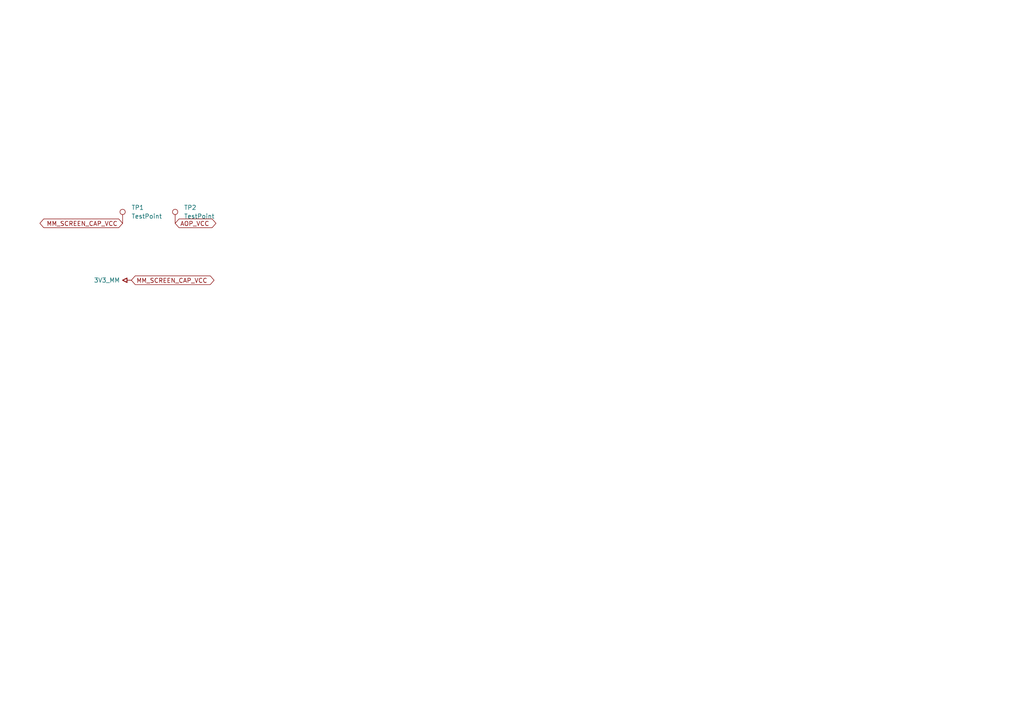
<source format=kicad_sch>
(kicad_sch (version 20231120) (generator "eeschema") (generator_version "8.0")
  (paper "A4")
  (lib_symbols
    (symbol "0_Power:3V3_MM" (power) (pin_names (offset 0))
      (property "Value" "3V3_MM" (at 0 3.556 0))
      (symbol "3V3_MM_0_1"
        (polyline (pts (xy 0 0) (xy 0 1.27)) (stroke (width 0.1778)))
        (polyline (pts (xy -0.635 1.27) (xy 0.635 1.27) (xy 0 2.54) (xy -0.635 1.27)) (stroke (width 0.254)))
      )
      (symbol "3V3_MM_1_1"
        (pin power_in line (at 0 0 90) (length 0) hide (name "3V3_MM") (number "1"))
      )
    )
    (symbol "Connector:TestPoint" (pin_numbers hide) (pin_names (offset 0.762) hide)
      (property "Reference" "TP" (at 0 6.858 0))
      (property "Value" "TestPoint" (at 0 5.08 0))
      (symbol "TestPoint_0_1"
        (circle (center 0 3.302) (radius 0.762))
      )
      (symbol "TestPoint_1_1"
        (pin passive line (at 0 0 90) (length 2.54) (name "1") (number "1"))
      )
    )
  )
  (global_label "AOP_VCC" (shape tri_state) (at 50.8 64.77 0) (property "Intersheetrefs" "${INTERSHEET_REFS}" (effects (hide yes))) (property "Références Inter-Feuilles" "${INTERSHEET_REFS}" (effects (hide yes))))
  (global_label "MM_SCREEN_CAP_VCC" (shape tri_state) (at 35.56 64.77 180) (property "Intersheetrefs" "${INTERSHEET_REFS}" (effects (hide yes))) (property "Références Inter-Feuilles" "${INTERSHEET_REFS}" (effects (hide yes))))
  (global_label "MM_SCREEN_CAP_VCC" (shape tri_state) (at 38.1 81.28 0) (property "Intersheetrefs" "${INTERSHEET_REFS}" (effects (hide yes))) (property "Références Inter-Feuilles" "${INTERSHEET_REFS}" (effects (hide yes))))
  (symbol (lib_id "Connector:TestPoint") (at 50.8 64.77 0) (unit 1)
    (property "Reference" "TP2" (at 53.34 60.1979 0) (effects (justify left)))
    (property "Value" "TestPoint" (at 53.34 62.7379 0) (effects (justify left)))
    (property "Description" "test point" (effects (hide yes)))
  )
  (symbol (lib_id "Connector:TestPoint") (at 35.56 64.77 0) (unit 1)
    (property "Reference" "TP1" (at 38.1 60.1979 0) (effects (justify left)))
    (property "Value" "TestPoint" (at 38.1 62.7379 0) (effects (justify left)))
    (property "Description" "test point" (effects (hide yes)))
  )
  (symbol (lib_id "0_Power:3V3_MM") (at 38.1 81.28 90) (unit 1)
    (property "Reference" "#PWR0957" (effects (hide yes)))
    (property "Value" "3V3_MM" (at 34.798 81.28 90) (effects (justify left)))
  )
)
</source>
